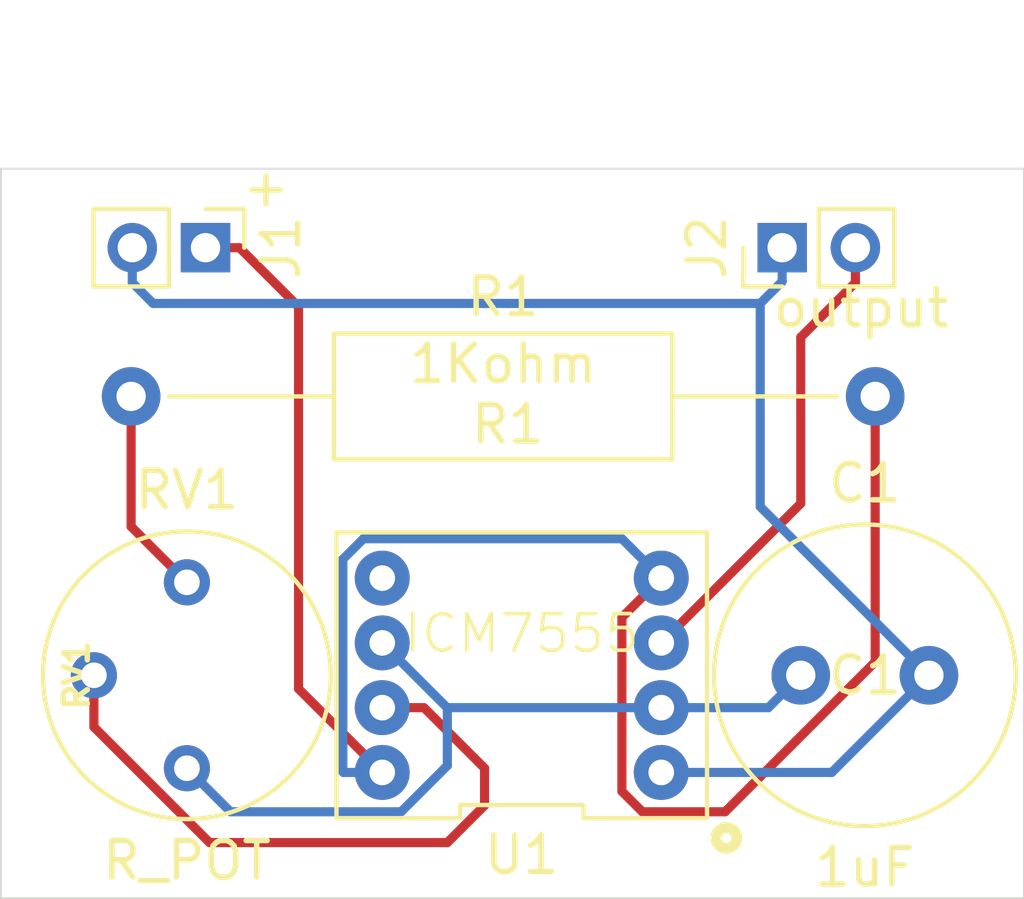
<source format=kicad_pcb>
(kicad_pcb (version 20171130) (host pcbnew "(5.1.5)-3")

  (general
    (thickness 1.6)
    (drawings 7)
    (tracks 48)
    (zones 0)
    (modules 6)
    (nets 8)
  )

  (page A4)
  (layers
    (0 F.Cu signal)
    (31 B.Cu signal)
    (32 B.Adhes user)
    (33 F.Adhes user)
    (34 B.Paste user)
    (35 F.Paste user)
    (36 B.SilkS user)
    (37 F.SilkS user)
    (38 B.Mask user)
    (39 F.Mask user)
    (40 Dwgs.User user)
    (41 Cmts.User user)
    (42 Eco1.User user)
    (43 Eco2.User user)
    (44 Edge.Cuts user)
    (45 Margin user)
    (46 B.CrtYd user)
    (47 F.CrtYd user)
    (48 B.Fab user)
    (49 F.Fab user)
  )

  (setup
    (last_trace_width 0.25)
    (trace_clearance 0.2)
    (zone_clearance 0.508)
    (zone_45_only no)
    (trace_min 0.2)
    (via_size 0.8)
    (via_drill 0.4)
    (via_min_size 0.4)
    (via_min_drill 0.3)
    (uvia_size 0.3)
    (uvia_drill 0.1)
    (uvias_allowed no)
    (uvia_min_size 0.2)
    (uvia_min_drill 0.1)
    (edge_width 0.05)
    (segment_width 0.2)
    (pcb_text_width 0.3)
    (pcb_text_size 1.5 1.5)
    (mod_edge_width 0.12)
    (mod_text_size 1 1)
    (mod_text_width 0.15)
    (pad_size 1.524 1.524)
    (pad_drill 0.762)
    (pad_to_mask_clearance 0.051)
    (solder_mask_min_width 0.25)
    (aux_axis_origin 0 0)
    (visible_elements 7FFFFFFF)
    (pcbplotparams
      (layerselection 0x010f0_ffffffff)
      (usegerberextensions true)
      (usegerberattributes false)
      (usegerberadvancedattributes false)
      (creategerberjobfile false)
      (excludeedgelayer true)
      (linewidth 0.100000)
      (plotframeref false)
      (viasonmask false)
      (mode 1)
      (useauxorigin false)
      (hpglpennumber 1)
      (hpglpenspeed 20)
      (hpglpendiameter 15.000000)
      (psnegative false)
      (psa4output false)
      (plotreference true)
      (plotvalue false)
      (plotinvisibletext false)
      (padsonsilk false)
      (subtractmaskfromsilk false)
      (outputformat 1)
      (mirror false)
      (drillshape 0)
      (scaleselection 1)
      (outputdirectory "gerbers/"))
  )

  (net 0 "")
  (net 1 "Net-(C1-Pad1)")
  (net 2 "Net-(C1-Pad2)")
  (net 3 "Net-(J1-Pad1)")
  (net 4 "Net-(J2-Pad2)")
  (net 5 "Net-(R1-Pad1)")
  (net 6 "Net-(RV1-Pad2)")
  (net 7 "Net-(U1-Pad5)")

  (net_class Default "This is the default net class."
    (clearance 0.2)
    (trace_width 0.25)
    (via_dia 0.8)
    (via_drill 0.4)
    (uvia_dia 0.3)
    (uvia_drill 0.1)
    (add_net "Net-(C1-Pad1)")
    (add_net "Net-(C1-Pad2)")
    (add_net "Net-(J1-Pad1)")
    (add_net "Net-(J2-Pad2)")
    (add_net "Net-(R1-Pad1)")
    (add_net "Net-(RV1-Pad2)")
    (add_net "Net-(U1-Pad5)")
  )

  (module Capacitor_THT:C_Radial_D8.0mm_H11.5mm_P3.50mm (layer F.Cu) (tedit 5BC5C9BA) (tstamp 5EC92FA5)
    (at 138.684 102.616)
    (descr "C, Radial series, Radial, pin pitch=3.50mm, diameter=8mm, height=11.5mm, Non-Polar Electrolytic Capacitor")
    (tags "C Radial series Radial pin pitch 3.50mm diameter 8mm height 11.5mm Non-Polar Electrolytic Capacitor")
    (path /5EC92967)
    (fp_text reference C1 (at 1.75 -5.25) (layer F.SilkS)
      (effects (font (size 1 1) (thickness 0.15)))
    )
    (fp_text value 1uF (at 1.75 5.25) (layer F.SilkS)
      (effects (font (size 1 1) (thickness 0.15)))
    )
    (fp_circle (center 1.75 0) (end 5.75 0) (layer F.Fab) (width 0.1))
    (fp_circle (center 1.75 0) (end 5.87 0) (layer F.SilkS) (width 0.12))
    (fp_circle (center 1.75 0) (end 6 0) (layer F.CrtYd) (width 0.05))
    (fp_text user %R (at 1.75 0) (layer F.SilkS)
      (effects (font (size 1 1) (thickness 0.15)))
    )
    (pad 1 thru_hole circle (at 0 0) (size 1.6 1.6) (drill 0.8) (layers *.Cu *.Mask)
      (net 1 "Net-(C1-Pad1)"))
    (pad 2 thru_hole circle (at 3.5 0) (size 1.6 1.6) (drill 0.8) (layers *.Cu *.Mask)
      (net 2 "Net-(C1-Pad2)"))
    (model ${KISYS3DMOD}/Capacitor_THT.3dshapes/C_Radial_D8.0mm_H11.5mm_P3.50mm.wrl
      (at (xyz 0 0 0))
      (scale (xyz 1 1 1))
      (rotate (xyz 0 0 0))
    )
  )

  (module Connector_PinHeader_2.00mm:PinHeader_1x02_P2.00mm_Vertical (layer F.Cu) (tedit 59FED667) (tstamp 5EC92FBB)
    (at 122.428 90.932 270)
    (descr "Through hole straight pin header, 1x02, 2.00mm pitch, single row")
    (tags "Through hole pin header THT 1x02 2.00mm single row")
    (path /5ECA9DD5)
    (fp_text reference J1 (at 0 -2.06 90) (layer F.SilkS)
      (effects (font (size 1 1) (thickness 0.15)))
    )
    (fp_text value Conn_01x02_Male (at 0 4.06 90) (layer F.Fab)
      (effects (font (size 1 1) (thickness 0.15)))
    )
    (fp_text user %R (at 0 1) (layer F.Fab)
      (effects (font (size 1 1) (thickness 0.15)))
    )
    (fp_line (start 1.5 -1.5) (end -1.5 -1.5) (layer F.CrtYd) (width 0.05))
    (fp_line (start 1.5 3.5) (end 1.5 -1.5) (layer F.CrtYd) (width 0.05))
    (fp_line (start -1.5 3.5) (end 1.5 3.5) (layer F.CrtYd) (width 0.05))
    (fp_line (start -1.5 -1.5) (end -1.5 3.5) (layer F.CrtYd) (width 0.05))
    (fp_line (start -1.06 -1.06) (end 0 -1.06) (layer F.SilkS) (width 0.12))
    (fp_line (start -1.06 0) (end -1.06 -1.06) (layer F.SilkS) (width 0.12))
    (fp_line (start -1.06 1) (end 1.06 1) (layer F.SilkS) (width 0.12))
    (fp_line (start 1.06 1) (end 1.06 3.06) (layer F.SilkS) (width 0.12))
    (fp_line (start -1.06 1) (end -1.06 3.06) (layer F.SilkS) (width 0.12))
    (fp_line (start -1.06 3.06) (end 1.06 3.06) (layer F.SilkS) (width 0.12))
    (fp_line (start -1 -0.5) (end -0.5 -1) (layer F.Fab) (width 0.1))
    (fp_line (start -1 3) (end -1 -0.5) (layer F.Fab) (width 0.1))
    (fp_line (start 1 3) (end -1 3) (layer F.Fab) (width 0.1))
    (fp_line (start 1 -1) (end 1 3) (layer F.Fab) (width 0.1))
    (fp_line (start -0.5 -1) (end 1 -1) (layer F.Fab) (width 0.1))
    (pad 2 thru_hole oval (at 0 2 270) (size 1.35 1.35) (drill 0.8) (layers *.Cu *.Mask)
      (net 2 "Net-(C1-Pad2)"))
    (pad 1 thru_hole rect (at 0 0 270) (size 1.35 1.35) (drill 0.8) (layers *.Cu *.Mask)
      (net 3 "Net-(J1-Pad1)"))
    (model ${KISYS3DMOD}/Connector_PinHeader_2.00mm.3dshapes/PinHeader_1x02_P2.00mm_Vertical.wrl
      (at (xyz 0 0 0))
      (scale (xyz 1 1 1))
      (rotate (xyz 0 0 0))
    )
  )

  (module Connector_PinHeader_2.00mm:PinHeader_1x02_P2.00mm_Vertical (layer F.Cu) (tedit 59FED667) (tstamp 5EC93BBE)
    (at 138.176 90.932 90)
    (descr "Through hole straight pin header, 1x02, 2.00mm pitch, single row")
    (tags "Through hole pin header THT 1x02 2.00mm single row")
    (path /5ECB0DD0)
    (fp_text reference J2 (at 0 -2.06 90) (layer F.SilkS)
      (effects (font (size 1 1) (thickness 0.15)))
    )
    (fp_text value Conn_01x02_Male (at 0 4.06 90) (layer F.Fab)
      (effects (font (size 1 1) (thickness 0.15)))
    )
    (fp_line (start -0.5 -1) (end 1 -1) (layer F.Fab) (width 0.1))
    (fp_line (start 1 -1) (end 1 3) (layer F.Fab) (width 0.1))
    (fp_line (start 1 3) (end -1 3) (layer F.Fab) (width 0.1))
    (fp_line (start -1 3) (end -1 -0.5) (layer F.Fab) (width 0.1))
    (fp_line (start -1 -0.5) (end -0.5 -1) (layer F.Fab) (width 0.1))
    (fp_line (start -1.06 3.06) (end 1.06 3.06) (layer F.SilkS) (width 0.12))
    (fp_line (start -1.06 1) (end -1.06 3.06) (layer F.SilkS) (width 0.12))
    (fp_line (start 1.06 1) (end 1.06 3.06) (layer F.SilkS) (width 0.12))
    (fp_line (start -1.06 1) (end 1.06 1) (layer F.SilkS) (width 0.12))
    (fp_line (start -1.06 0) (end -1.06 -1.06) (layer F.SilkS) (width 0.12))
    (fp_line (start -1.06 -1.06) (end 0 -1.06) (layer F.SilkS) (width 0.12))
    (fp_line (start -1.5 -1.5) (end -1.5 3.5) (layer F.CrtYd) (width 0.05))
    (fp_line (start -1.5 3.5) (end 1.5 3.5) (layer F.CrtYd) (width 0.05))
    (fp_line (start 1.5 3.5) (end 1.5 -1.5) (layer F.CrtYd) (width 0.05))
    (fp_line (start 1.5 -1.5) (end -1.5 -1.5) (layer F.CrtYd) (width 0.05))
    (fp_text user %R (at 0 1) (layer F.Fab)
      (effects (font (size 1 1) (thickness 0.15)))
    )
    (pad 1 thru_hole rect (at 0 0 90) (size 1.35 1.35) (drill 0.8) (layers *.Cu *.Mask)
      (net 2 "Net-(C1-Pad2)"))
    (pad 2 thru_hole oval (at 0 2 90) (size 1.35 1.35) (drill 0.8) (layers *.Cu *.Mask)
      (net 4 "Net-(J2-Pad2)"))
    (model ${KISYS3DMOD}/Connector_PinHeader_2.00mm.3dshapes/PinHeader_1x02_P2.00mm_Vertical.wrl
      (at (xyz 0 0 0))
      (scale (xyz 1 1 1))
      (rotate (xyz 0 0 0))
    )
  )

  (module Resistor_THT:R_Axial_DIN0309_L9.0mm_D3.2mm_P20.32mm_Horizontal (layer F.Cu) (tedit 5AE5139B) (tstamp 5EC92FE8)
    (at 120.396 94.996)
    (descr "Resistor, Axial_DIN0309 series, Axial, Horizontal, pin pitch=20.32mm, 0.5W = 1/2W, length*diameter=9*3.2mm^2, http://cdn-reichelt.de/documents/datenblatt/B400/1_4W%23YAG.pdf")
    (tags "Resistor Axial_DIN0309 series Axial Horizontal pin pitch 20.32mm 0.5W = 1/2W length 9mm diameter 3.2mm")
    (path /5EC921A7)
    (fp_text reference R1 (at 10.16 -2.72) (layer F.SilkS)
      (effects (font (size 1 1) (thickness 0.15)))
    )
    (fp_text value 1Kohm (at 10.16 -0.889) (layer F.SilkS)
      (effects (font (size 1 1) (thickness 0.15)))
    )
    (fp_text user %R (at 10.287 0.762) (layer F.SilkS)
      (effects (font (size 1 1) (thickness 0.15)))
    )
    (fp_line (start 21.37 -1.85) (end -1.05 -1.85) (layer F.CrtYd) (width 0.05))
    (fp_line (start 21.37 1.85) (end 21.37 -1.85) (layer F.CrtYd) (width 0.05))
    (fp_line (start -1.05 1.85) (end 21.37 1.85) (layer F.CrtYd) (width 0.05))
    (fp_line (start -1.05 -1.85) (end -1.05 1.85) (layer F.CrtYd) (width 0.05))
    (fp_line (start 19.28 0) (end 14.78 0) (layer F.SilkS) (width 0.12))
    (fp_line (start 1.04 0) (end 5.54 0) (layer F.SilkS) (width 0.12))
    (fp_line (start 14.78 -1.72) (end 5.54 -1.72) (layer F.SilkS) (width 0.12))
    (fp_line (start 14.78 1.72) (end 14.78 -1.72) (layer F.SilkS) (width 0.12))
    (fp_line (start 5.54 1.72) (end 14.78 1.72) (layer F.SilkS) (width 0.12))
    (fp_line (start 5.54 -1.72) (end 5.54 1.72) (layer F.SilkS) (width 0.12))
    (fp_line (start 20.32 0) (end 14.66 0) (layer F.Fab) (width 0.1))
    (fp_line (start 0 0) (end 5.66 0) (layer F.Fab) (width 0.1))
    (fp_line (start 14.66 -1.6) (end 5.66 -1.6) (layer F.Fab) (width 0.1))
    (fp_line (start 14.66 1.6) (end 14.66 -1.6) (layer F.Fab) (width 0.1))
    (fp_line (start 5.66 1.6) (end 14.66 1.6) (layer F.Fab) (width 0.1))
    (fp_line (start 5.66 -1.6) (end 5.66 1.6) (layer F.Fab) (width 0.1))
    (pad 2 thru_hole oval (at 20.32 0) (size 1.6 1.6) (drill 0.8) (layers *.Cu *.Mask)
      (net 3 "Net-(J1-Pad1)"))
    (pad 1 thru_hole circle (at 0 0) (size 1.6 1.6) (drill 0.8) (layers *.Cu *.Mask)
      (net 5 "Net-(R1-Pad1)"))
    (model ${KISYS3DMOD}/Resistor_THT.3dshapes/R_Axial_DIN0309_L9.0mm_D3.2mm_P20.32mm_Horizontal.wrl
      (at (xyz 0 0 0))
      (scale (xyz 1 1 1))
      (rotate (xyz 0 0 0))
    )
  )

  (module Potentiometer_THT:Potentiometer_Bourns_3339P_Vertical (layer F.Cu) (tedit 5A3D4993) (tstamp 5EC92FF9)
    (at 121.92 105.156)
    (descr "Potentiometer, vertical, Bourns 3339P, http://www.bourns.com/docs/Product-Datasheets/3339.pdf")
    (tags "Potentiometer vertical Bourns 3339P")
    (path /5ECA5089)
    (fp_text reference RV1 (at 0 -7.6) (layer F.SilkS)
      (effects (font (size 1 1) (thickness 0.15)))
    )
    (fp_text value R_POT (at 0 2.52) (layer F.SilkS)
      (effects (font (size 1 1) (thickness 0.15)))
    )
    (fp_text user %R (at -3.018 -2.54 90) (layer F.SilkS)
      (effects (font (size 0.66 0.66) (thickness 0.15)))
    )
    (fp_line (start 4.1 -6.6) (end -4.1 -6.6) (layer F.CrtYd) (width 0.05))
    (fp_line (start 4.1 1.55) (end 4.1 -6.6) (layer F.CrtYd) (width 0.05))
    (fp_line (start -4.1 1.55) (end 4.1 1.55) (layer F.CrtYd) (width 0.05))
    (fp_line (start -4.1 -6.6) (end -4.1 1.55) (layer F.CrtYd) (width 0.05))
    (fp_line (start 0 -0.064) (end 0.001 -5.014) (layer F.Fab) (width 0.1))
    (fp_line (start 0 -0.064) (end 0.001 -5.014) (layer F.Fab) (width 0.1))
    (fp_circle (center 0 -2.54) (end 3.93 -2.54) (layer F.SilkS) (width 0.12))
    (fp_circle (center 0 -2.54) (end 2.5 -2.54) (layer F.Fab) (width 0.1))
    (fp_circle (center 0 -2.54) (end 3.81 -2.54) (layer F.Fab) (width 0.1))
    (pad 1 thru_hole circle (at 0 0) (size 1.26 1.26) (drill 0.7) (layers *.Cu *.Mask)
      (net 1 "Net-(C1-Pad1)"))
    (pad 2 thru_hole circle (at -2.54 -2.54) (size 1.26 1.26) (drill 0.7) (layers *.Cu *.Mask)
      (net 6 "Net-(RV1-Pad2)"))
    (pad 3 thru_hole circle (at 0 -5.08) (size 1.26 1.26) (drill 0.7) (layers *.Cu *.Mask)
      (net 5 "Net-(R1-Pad1)"))
    (model ${KISYS3DMOD}/Potentiometer_THT.3dshapes/Potentiometer_Bourns_3339P_Vertical.wrl
      (at (xyz 0 0 0))
      (scale (xyz 1 1 1))
      (rotate (xyz 0 0 0))
    )
  )

  (module "555 timer:555sqwave" (layer F.Cu) (tedit 0) (tstamp 5EC9338E)
    (at 131.064 102.616 90)
    (path /5EC90B1E)
    (fp_text reference U1 (at -4.905 0) (layer F.SilkS)
      (effects (font (size 1 1) (thickness 0.15)))
    )
    (fp_text value ICM7555 (at 1.143 0) (layer F.SilkS)
      (effects (font (size 1 1) (thickness 0.1)))
    )
    (fp_line (start -3.66 4.81) (end -3.66 -4.81) (layer F.CrtYd) (width 0.05))
    (fp_line (start 3.66 4.81) (end -3.66 4.81) (layer F.CrtYd) (width 0.05))
    (fp_line (start 3.66 -4.81) (end 3.66 4.81) (layer F.CrtYd) (width 0.05))
    (fp_line (start -3.66 -4.81) (end 3.66 -4.81) (layer F.CrtYd) (width 0.05))
    (fp_line (start -3.905 1.686666) (end -3.905 5.06) (layer F.SilkS) (width 0.12))
    (fp_line (start -3.545 1.686666) (end -3.905 1.686666) (layer F.SilkS) (width 0.12))
    (fp_line (start -3.545 -1.686666) (end -3.545 1.686666) (layer F.SilkS) (width 0.12))
    (fp_line (start -3.905 -1.686666) (end -3.545 -1.686666) (layer F.SilkS) (width 0.12))
    (fp_line (start -3.904999 -5.06) (end -3.905 -1.686666) (layer F.SilkS) (width 0.12))
    (fp_line (start 3.905 -5.06) (end -3.904999 -5.06) (layer F.SilkS) (width 0.12))
    (fp_line (start 3.904999 5.06) (end 3.905 -5.06) (layer F.SilkS) (width 0.12))
    (fp_line (start -3.905 5.06) (end 3.904999 5.06) (layer F.SilkS) (width 0.12))
    (pad 4 thru_hole circle (at 2.655 3.81 90) (size 1.5 1.5) (drill 0.7) (layers *.Cu *.Mask)
      (net 3 "Net-(J1-Pad1)"))
    (pad 5 thru_hole circle (at 2.655 -3.81 90) (size 1.5 1.5) (drill 0.7) (layers *.Cu *.Mask)
      (net 7 "Net-(U1-Pad5)"))
    (pad 3 thru_hole circle (at 0.885 3.81 90) (size 1.5 1.5) (drill 0.7) (layers *.Cu *.Mask)
      (net 4 "Net-(J2-Pad2)"))
    (pad 6 thru_hole circle (at 0.885 -3.81 90) (size 1.5 1.5) (drill 0.7) (layers *.Cu *.Mask)
      (net 1 "Net-(C1-Pad1)"))
    (pad 2 thru_hole circle (at -0.885 3.81 90) (size 1.5 1.5) (drill 0.7) (layers *.Cu *.Mask)
      (net 1 "Net-(C1-Pad1)"))
    (pad 7 thru_hole circle (at -0.885 -3.81 90) (size 1.5 1.5) (drill 0.7) (layers *.Cu *.Mask)
      (net 6 "Net-(RV1-Pad2)"))
    (pad 1 thru_hole circle (at -2.655 3.81 90) (size 1.5 1.5) (drill 0.7) (layers *.Cu *.Mask)
      (net 2 "Net-(C1-Pad2)"))
    (pad 8 thru_hole circle (at -2.655 -3.81 90) (size 1.5 1.5) (drill 0.7) (layers *.Cu *.Mask)
      (net 3 "Net-(J1-Pad1)"))
  )

  (gr_line (start 116.84 108.712) (end 116.84 88.773) (layer Edge.Cuts) (width 0.05) (tstamp 5EC94212))
  (gr_line (start 144.78 108.712) (end 116.84 108.712) (layer Edge.Cuts) (width 0.05))
  (gr_line (start 144.78 88.773) (end 144.78 108.712) (layer Edge.Cuts) (width 0.05))
  (gr_line (start 116.84 88.773) (end 144.78 88.773) (layer Edge.Cuts) (width 0.05))
  (gr_text output (at 140.335 92.583) (layer F.SilkS)
    (effects (font (size 1 1) (thickness 0.15)))
  )
  (gr_text + (at 124.079 89.281) (layer F.SilkS)
    (effects (font (size 1 1) (thickness 0.15)))
  )
  (gr_circle (center 136.652 107.061) (end 136.935981 107.061) (layer F.SilkS) (width 0.3))

  (segment (start 137.799 103.501) (end 138.684 102.616) (width 0.25) (layer B.Cu) (net 1))
  (segment (start 134.874 103.501) (end 137.799 103.501) (width 0.25) (layer B.Cu) (net 1))
  (segment (start 129.024 103.501) (end 127.254 101.731) (width 0.25) (layer B.Cu) (net 1))
  (segment (start 134.874 103.501) (end 129.024 103.501) (width 0.25) (layer B.Cu) (net 1))
  (segment (start 127.770001 106.346001) (end 129.032 105.084002) (width 0.25) (layer B.Cu) (net 1))
  (segment (start 121.92 105.156) (end 123.110001 106.346001) (width 0.25) (layer B.Cu) (net 1))
  (segment (start 123.110001 106.346001) (end 127.770001 106.346001) (width 0.25) (layer B.Cu) (net 1))
  (segment (start 129.032 103.509) (end 129.024 103.501) (width 0.25) (layer B.Cu) (net 1))
  (segment (start 129.032 105.084002) (end 129.032 103.509) (width 0.25) (layer B.Cu) (net 1))
  (segment (start 120.428 91.886594) (end 120.997406 92.456) (width 0.25) (layer B.Cu) (net 2))
  (segment (start 120.428 90.932) (end 120.428 91.886594) (width 0.25) (layer B.Cu) (net 2))
  (segment (start 137.577 92.456) (end 138.176 91.857) (width 0.25) (layer B.Cu) (net 2))
  (segment (start 138.176 91.857) (end 138.176 90.932) (width 0.25) (layer B.Cu) (net 2))
  (segment (start 120.997406 92.456) (end 137.577 92.456) (width 0.25) (layer B.Cu) (net 2))
  (segment (start 137.577 98.009) (end 142.184 102.616) (width 0.25) (layer B.Cu) (net 2))
  (segment (start 137.577 92.456) (end 137.577 98.009) (width 0.25) (layer B.Cu) (net 2))
  (segment (start 139.529 105.271) (end 142.184 102.616) (width 0.25) (layer B.Cu) (net 2))
  (segment (start 134.874 105.271) (end 139.529 105.271) (width 0.25) (layer B.Cu) (net 2))
  (segment (start 123.353 90.932) (end 124.968 92.547) (width 0.25) (layer F.Cu) (net 3))
  (segment (start 122.428 90.932) (end 123.353 90.932) (width 0.25) (layer F.Cu) (net 3))
  (segment (start 124.968 102.985) (end 127.254 105.271) (width 0.25) (layer F.Cu) (net 3))
  (segment (start 124.968 92.547) (end 124.968 102.985) (width 0.25) (layer F.Cu) (net 3))
  (segment (start 134.124001 99.211001) (end 134.874 99.961) (width 0.25) (layer B.Cu) (net 3))
  (segment (start 133.798999 98.885999) (end 134.124001 99.211001) (width 0.25) (layer B.Cu) (net 3))
  (segment (start 126.737999 98.885999) (end 133.798999 98.885999) (width 0.25) (layer B.Cu) (net 3))
  (segment (start 126.178999 99.444999) (end 126.737999 98.885999) (width 0.25) (layer B.Cu) (net 3))
  (segment (start 126.178999 105.256659) (end 126.178999 99.444999) (width 0.25) (layer B.Cu) (net 3))
  (segment (start 126.19334 105.271) (end 126.178999 105.256659) (width 0.25) (layer B.Cu) (net 3))
  (segment (start 127.254 105.271) (end 126.19334 105.271) (width 0.25) (layer B.Cu) (net 3))
  (segment (start 136.619001 106.346001) (end 140.716 102.249002) (width 0.25) (layer F.Cu) (net 3))
  (segment (start 134.357999 106.346001) (end 136.619001 106.346001) (width 0.25) (layer F.Cu) (net 3))
  (segment (start 133.798999 105.787001) (end 134.357999 106.346001) (width 0.25) (layer F.Cu) (net 3))
  (segment (start 134.874 99.961) (end 133.798999 101.036001) (width 0.25) (layer F.Cu) (net 3))
  (segment (start 133.798999 101.036001) (end 133.798999 105.787001) (width 0.25) (layer F.Cu) (net 3))
  (segment (start 140.716 102.249002) (end 140.716 94.996) (width 0.25) (layer F.Cu) (net 3))
  (segment (start 140.176 91.886594) (end 138.684 93.378594) (width 0.25) (layer F.Cu) (net 4))
  (segment (start 140.176 90.932) (end 140.176 91.886594) (width 0.25) (layer F.Cu) (net 4))
  (segment (start 138.684 97.921) (end 134.874 101.731) (width 0.25) (layer F.Cu) (net 4))
  (segment (start 138.684 93.378594) (end 138.684 97.921) (width 0.25) (layer F.Cu) (net 4))
  (segment (start 120.396 98.552) (end 121.92 100.076) (width 0.25) (layer F.Cu) (net 5))
  (segment (start 120.396 94.996) (end 120.396 98.552) (width 0.25) (layer F.Cu) (net 5))
  (segment (start 119.38 104.029402) (end 122.538598 107.188) (width 0.25) (layer F.Cu) (net 6))
  (segment (start 119.38 102.616) (end 119.38 104.029402) (width 0.25) (layer F.Cu) (net 6))
  (segment (start 122.538598 107.188) (end 129.032 107.188) (width 0.25) (layer F.Cu) (net 6))
  (segment (start 129.032 107.188) (end 130.048 106.172) (width 0.25) (layer F.Cu) (net 6))
  (segment (start 130.048 106.172) (end 130.048 105.156) (width 0.25) (layer F.Cu) (net 6))
  (segment (start 128.393 103.501) (end 127.254 103.501) (width 0.25) (layer F.Cu) (net 6))
  (segment (start 130.048 105.156) (end 128.393 103.501) (width 0.25) (layer F.Cu) (net 6))

)

</source>
